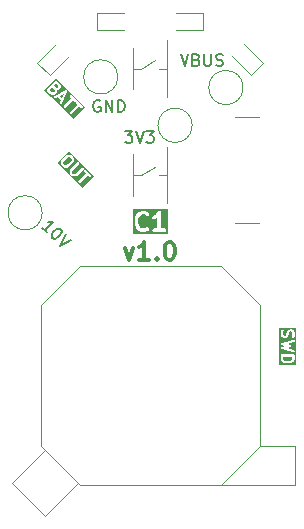
<source format=gbr>
%TF.GenerationSoftware,KiCad,Pcbnew,9.0.5*%
%TF.CreationDate,2025-11-12T12:14:19+01:00*%
%TF.ProjectId,Control board,436f6e74-726f-46c2-9062-6f6172642e6b,rev?*%
%TF.SameCoordinates,Original*%
%TF.FileFunction,Legend,Top*%
%TF.FilePolarity,Positive*%
%FSLAX46Y46*%
G04 Gerber Fmt 4.6, Leading zero omitted, Abs format (unit mm)*
G04 Created by KiCad (PCBNEW 9.0.5) date 2025-11-12 12:14:19*
%MOMM*%
%LPD*%
G01*
G04 APERTURE LIST*
%ADD10C,0.200000*%
%ADD11C,0.300000*%
%ADD12C,0.120000*%
%ADD13C,0.100000*%
G04 APERTURE END LIST*
D10*
X47861905Y-39267219D02*
X48480952Y-39267219D01*
X48480952Y-39267219D02*
X48147619Y-39648171D01*
X48147619Y-39648171D02*
X48290476Y-39648171D01*
X48290476Y-39648171D02*
X48385714Y-39695790D01*
X48385714Y-39695790D02*
X48433333Y-39743409D01*
X48433333Y-39743409D02*
X48480952Y-39838647D01*
X48480952Y-39838647D02*
X48480952Y-40076742D01*
X48480952Y-40076742D02*
X48433333Y-40171980D01*
X48433333Y-40171980D02*
X48385714Y-40219600D01*
X48385714Y-40219600D02*
X48290476Y-40267219D01*
X48290476Y-40267219D02*
X48004762Y-40267219D01*
X48004762Y-40267219D02*
X47909524Y-40219600D01*
X47909524Y-40219600D02*
X47861905Y-40171980D01*
X48766667Y-39267219D02*
X49100000Y-40267219D01*
X49100000Y-40267219D02*
X49433333Y-39267219D01*
X49671429Y-39267219D02*
X50290476Y-39267219D01*
X50290476Y-39267219D02*
X49957143Y-39648171D01*
X49957143Y-39648171D02*
X50100000Y-39648171D01*
X50100000Y-39648171D02*
X50195238Y-39695790D01*
X50195238Y-39695790D02*
X50242857Y-39743409D01*
X50242857Y-39743409D02*
X50290476Y-39838647D01*
X50290476Y-39838647D02*
X50290476Y-40076742D01*
X50290476Y-40076742D02*
X50242857Y-40171980D01*
X50242857Y-40171980D02*
X50195238Y-40219600D01*
X50195238Y-40219600D02*
X50100000Y-40267219D01*
X50100000Y-40267219D02*
X49814286Y-40267219D01*
X49814286Y-40267219D02*
X49719048Y-40219600D01*
X49719048Y-40219600D02*
X49671429Y-40171980D01*
G36*
X42524374Y-36445740D02*
G01*
X42383869Y-36305235D01*
X42664880Y-36164729D01*
X42524374Y-36445740D01*
G37*
G36*
X41863492Y-35730985D02*
G01*
X41913022Y-35830044D01*
X41913022Y-35857552D01*
X41891947Y-35920775D01*
X41824315Y-35988407D01*
X41761092Y-36009482D01*
X41726203Y-36009482D01*
X41662979Y-35988407D01*
X41481008Y-35806436D01*
X41709975Y-35577468D01*
X41863492Y-35730985D01*
G37*
G36*
X42194991Y-35389047D02*
G01*
X42216067Y-35452275D01*
X42216067Y-35487161D01*
X42194992Y-35550386D01*
X42161032Y-35584346D01*
X42097810Y-35605421D01*
X42062920Y-35605421D01*
X41999697Y-35584346D01*
X41851397Y-35436046D01*
X42046692Y-35240750D01*
X42194991Y-35389047D01*
G37*
G36*
X44498885Y-37252963D02*
G01*
X43493221Y-38258627D01*
X42435735Y-37201140D01*
X42655721Y-37201140D01*
X42655721Y-37240158D01*
X42670653Y-37276206D01*
X42698243Y-37303796D01*
X42734291Y-37318728D01*
X42773309Y-37318728D01*
X42809357Y-37303796D01*
X42824511Y-37291360D01*
X43460907Y-36654963D01*
X43592228Y-36786284D01*
X43607381Y-36798721D01*
X43643429Y-36813652D01*
X43682447Y-36813652D01*
X43711636Y-36801561D01*
X43699546Y-36830751D01*
X43699546Y-36869769D01*
X43714478Y-36905817D01*
X43726914Y-36920971D01*
X43858234Y-37052290D01*
X43221837Y-37688687D01*
X43209401Y-37703841D01*
X43194469Y-37739889D01*
X43194469Y-37778907D01*
X43209401Y-37814955D01*
X43236991Y-37842545D01*
X43273039Y-37857477D01*
X43312057Y-37857477D01*
X43348105Y-37842545D01*
X43363259Y-37830109D01*
X43999655Y-37193711D01*
X44130976Y-37325032D01*
X44146129Y-37337469D01*
X44182177Y-37352400D01*
X44221195Y-37352400D01*
X44257244Y-37337469D01*
X44284834Y-37309879D01*
X44299765Y-37273830D01*
X44299765Y-37234812D01*
X44284834Y-37198764D01*
X44272397Y-37183611D01*
X43868336Y-36779549D01*
X43853182Y-36767113D01*
X43817134Y-36752181D01*
X43778116Y-36752181D01*
X43748926Y-36764271D01*
X43761017Y-36735082D01*
X43761017Y-36696064D01*
X43746086Y-36660016D01*
X43733649Y-36644863D01*
X43329588Y-36240801D01*
X43314434Y-36228365D01*
X43278386Y-36213433D01*
X43239368Y-36213433D01*
X43203320Y-36228365D01*
X43175730Y-36255955D01*
X43160798Y-36292003D01*
X43160798Y-36331021D01*
X43175730Y-36367069D01*
X43188166Y-36382223D01*
X43319486Y-36513542D01*
X42683089Y-37149938D01*
X42670653Y-37165092D01*
X42655721Y-37201140D01*
X42435735Y-37201140D01*
X41634615Y-36400020D01*
X41846463Y-36400020D01*
X41849229Y-36438940D01*
X41866678Y-36473839D01*
X41896155Y-36499403D01*
X41933171Y-36511742D01*
X41972091Y-36508976D01*
X41990399Y-36501970D01*
X42195306Y-36399516D01*
X42430093Y-36634303D01*
X42327640Y-36839211D01*
X42320634Y-36857519D01*
X42317868Y-36896439D01*
X42330207Y-36933455D01*
X42355771Y-36962932D01*
X42390670Y-36980381D01*
X42429590Y-36983147D01*
X42466606Y-36970808D01*
X42496083Y-36945244D01*
X42506526Y-36928653D01*
X42977930Y-35985845D01*
X42984936Y-35967536D01*
X42985442Y-35960408D01*
X42987702Y-35953630D01*
X42986813Y-35941123D01*
X42987702Y-35928616D01*
X42985442Y-35921837D01*
X42984936Y-35914710D01*
X42979327Y-35903492D01*
X42975363Y-35891600D01*
X42970682Y-35886203D01*
X42967487Y-35879812D01*
X42958013Y-35871596D01*
X42949798Y-35862123D01*
X42943406Y-35858927D01*
X42938010Y-35854247D01*
X42926117Y-35850282D01*
X42914900Y-35844674D01*
X42907772Y-35844167D01*
X42900994Y-35841908D01*
X42888487Y-35842796D01*
X42875980Y-35841908D01*
X42869201Y-35844167D01*
X42862074Y-35844674D01*
X42843765Y-35851680D01*
X41900957Y-36323084D01*
X41884366Y-36333527D01*
X41858802Y-36363004D01*
X41846463Y-36400020D01*
X41634615Y-36400020D01*
X41041030Y-35806435D01*
X41060538Y-35786927D01*
X41241508Y-35786927D01*
X41241508Y-35825945D01*
X41256440Y-35861993D01*
X41268876Y-35877147D01*
X41538250Y-36146520D01*
X41553403Y-36158957D01*
X41556724Y-36160332D01*
X41559438Y-36162686D01*
X41577338Y-36170678D01*
X41678353Y-36204350D01*
X41688025Y-36206549D01*
X41690467Y-36207561D01*
X41694004Y-36207909D01*
X41697468Y-36208697D01*
X41700102Y-36208509D01*
X41709976Y-36209482D01*
X41777319Y-36209482D01*
X41787192Y-36208509D01*
X41789826Y-36208697D01*
X41793289Y-36207909D01*
X41796828Y-36207561D01*
X41799270Y-36206549D01*
X41808942Y-36204350D01*
X41909958Y-36170678D01*
X41927858Y-36162687D01*
X41930573Y-36160331D01*
X41933892Y-36158957D01*
X41949046Y-36146521D01*
X42050061Y-36045506D01*
X42062497Y-36030352D01*
X42063871Y-36027033D01*
X42066227Y-36024318D01*
X42074218Y-36006418D01*
X42107890Y-35905402D01*
X42110089Y-35895729D01*
X42111101Y-35893288D01*
X42111449Y-35889750D01*
X42112237Y-35886287D01*
X42112049Y-35883652D01*
X42113022Y-35873779D01*
X42113022Y-35806436D01*
X42112922Y-35805421D01*
X42114037Y-35805421D01*
X42123910Y-35804448D01*
X42126545Y-35804636D01*
X42130008Y-35803848D01*
X42133546Y-35803500D01*
X42135987Y-35802488D01*
X42145660Y-35800289D01*
X42246675Y-35766617D01*
X42264575Y-35758626D01*
X42267290Y-35756270D01*
X42270609Y-35754896D01*
X42285763Y-35742460D01*
X42353107Y-35675116D01*
X42365543Y-35659962D01*
X42366917Y-35656643D01*
X42369273Y-35653928D01*
X42377265Y-35636027D01*
X42410936Y-35535012D01*
X42413135Y-35525339D01*
X42414146Y-35522899D01*
X42414494Y-35519361D01*
X42415282Y-35515897D01*
X42415094Y-35513263D01*
X42416067Y-35503390D01*
X42416067Y-35436047D01*
X42415094Y-35426174D01*
X42415282Y-35423541D01*
X42414494Y-35420077D01*
X42414146Y-35416538D01*
X42413134Y-35414097D01*
X42410936Y-35404425D01*
X42377265Y-35303409D01*
X42369273Y-35285509D01*
X42366918Y-35282793D01*
X42365543Y-35279474D01*
X42353107Y-35264320D01*
X42117404Y-35028618D01*
X42102261Y-35016191D01*
X42102251Y-35016181D01*
X42066202Y-35001250D01*
X42027184Y-35001250D01*
X41991136Y-35016181D01*
X41975983Y-35028618D01*
X41268876Y-35735725D01*
X41256440Y-35750879D01*
X41241508Y-35786927D01*
X41060538Y-35786927D01*
X42046694Y-34800772D01*
X44498885Y-37252963D01*
G37*
D11*
G36*
X51492357Y-47994995D02*
G01*
X48504762Y-47994995D01*
X48504762Y-46821185D01*
X48671429Y-46821185D01*
X48671429Y-47035471D01*
X48671931Y-47040574D01*
X48671606Y-47042762D01*
X48673225Y-47053712D01*
X48674311Y-47064735D01*
X48675158Y-47066779D01*
X48675908Y-47071851D01*
X48747336Y-47357565D01*
X48748107Y-47359723D01*
X48748184Y-47360804D01*
X48752842Y-47372978D01*
X48757229Y-47385256D01*
X48757873Y-47386126D01*
X48758693Y-47388267D01*
X48830122Y-47531124D01*
X48838049Y-47543717D01*
X48839565Y-47547377D01*
X48842946Y-47551496D01*
X48845787Y-47556010D01*
X48848780Y-47558606D01*
X48858220Y-47570108D01*
X49001077Y-47712966D01*
X49023807Y-47731621D01*
X49028786Y-47733683D01*
X49032858Y-47737215D01*
X49059709Y-47749203D01*
X49273995Y-47820631D01*
X49288507Y-47823930D01*
X49292165Y-47825446D01*
X49297467Y-47825968D01*
X49302669Y-47827151D01*
X49306623Y-47826869D01*
X49321429Y-47828328D01*
X49464286Y-47828328D01*
X49479091Y-47826869D01*
X49483046Y-47827151D01*
X49488247Y-47825968D01*
X49493550Y-47825446D01*
X49497207Y-47823930D01*
X49511720Y-47820631D01*
X49726006Y-47749203D01*
X49752857Y-47737215D01*
X49756930Y-47733681D01*
X49761908Y-47731620D01*
X49784639Y-47712965D01*
X49856067Y-47641536D01*
X49874721Y-47618806D01*
X49897118Y-47564733D01*
X49897117Y-47506207D01*
X49874720Y-47452135D01*
X49833334Y-47410750D01*
X49779262Y-47388353D01*
X49720736Y-47388354D01*
X49666664Y-47410751D01*
X49643933Y-47429406D01*
X49597545Y-47475794D01*
X49439943Y-47528328D01*
X49345772Y-47528328D01*
X49188169Y-47475794D01*
X49087564Y-47375188D01*
X49034383Y-47268828D01*
X48971429Y-47017007D01*
X48971429Y-46839648D01*
X49034305Y-46588139D01*
X50172607Y-46588139D01*
X50176756Y-46646519D01*
X50202930Y-46698868D01*
X50247145Y-46737215D01*
X50302668Y-46755722D01*
X50361048Y-46751573D01*
X50388511Y-46741064D01*
X50531368Y-46669635D01*
X50543961Y-46661707D01*
X50547621Y-46660192D01*
X50551740Y-46656810D01*
X50556254Y-46653970D01*
X50558850Y-46650976D01*
X50570352Y-46641537D01*
X50600000Y-46611889D01*
X50600000Y-47528328D01*
X50321429Y-47528328D01*
X50292165Y-47531210D01*
X50238093Y-47553608D01*
X50196709Y-47594992D01*
X50174311Y-47649064D01*
X50174311Y-47707592D01*
X50196709Y-47761664D01*
X50238093Y-47803048D01*
X50292165Y-47825446D01*
X50321429Y-47828328D01*
X51178572Y-47828328D01*
X51207836Y-47825446D01*
X51261908Y-47803048D01*
X51303292Y-47761664D01*
X51325690Y-47707592D01*
X51325690Y-47649064D01*
X51303292Y-47594992D01*
X51261908Y-47553608D01*
X51207836Y-47531210D01*
X51178572Y-47528328D01*
X50900000Y-47528328D01*
X50900000Y-46178328D01*
X50899989Y-46178222D01*
X50900000Y-46178170D01*
X50899969Y-46178016D01*
X50897118Y-46149064D01*
X50891434Y-46135343D01*
X50888522Y-46120781D01*
X50880343Y-46108568D01*
X50874720Y-46094992D01*
X50864221Y-46084493D01*
X50855956Y-46072151D01*
X50843725Y-46063997D01*
X50833336Y-46053608D01*
X50819617Y-46047925D01*
X50807257Y-46039685D01*
X50792838Y-46036832D01*
X50779264Y-46031210D01*
X50764413Y-46031210D01*
X50749843Y-46028328D01*
X50735433Y-46031210D01*
X50720736Y-46031210D01*
X50707014Y-46036893D01*
X50692453Y-46039806D01*
X50680240Y-46047984D01*
X50666664Y-46053608D01*
X50656165Y-46064106D01*
X50643823Y-46072372D01*
X50625391Y-46094880D01*
X50625280Y-46094992D01*
X50625259Y-46095042D01*
X50625193Y-46095123D01*
X50490573Y-46297051D01*
X50375432Y-46412192D01*
X50254347Y-46472736D01*
X50229461Y-46488401D01*
X50191114Y-46532616D01*
X50172607Y-46588139D01*
X49034305Y-46588139D01*
X49034383Y-46587827D01*
X49087564Y-46481467D01*
X49188170Y-46380861D01*
X49345772Y-46328328D01*
X49439946Y-46328328D01*
X49597544Y-46380861D01*
X49643934Y-46427251D01*
X49666664Y-46445906D01*
X49720737Y-46468302D01*
X49779263Y-46468302D01*
X49833335Y-46445906D01*
X49874721Y-46404520D01*
X49897117Y-46350448D01*
X49897117Y-46291922D01*
X49874721Y-46237849D01*
X49856066Y-46215119D01*
X49784638Y-46143691D01*
X49761907Y-46125036D01*
X49756927Y-46122973D01*
X49752857Y-46119443D01*
X49726006Y-46107454D01*
X49511720Y-46036026D01*
X49497212Y-46032727D01*
X49493550Y-46031210D01*
X49488241Y-46030687D01*
X49483047Y-46029506D01*
X49479097Y-46029786D01*
X49464286Y-46028328D01*
X49321429Y-46028328D01*
X49306617Y-46029786D01*
X49302668Y-46029506D01*
X49297473Y-46030687D01*
X49292165Y-46031210D01*
X49288503Y-46032726D01*
X49273994Y-46036026D01*
X49059709Y-46107455D01*
X49032858Y-46119443D01*
X49028788Y-46122972D01*
X49023807Y-46125036D01*
X49001077Y-46143691D01*
X48858220Y-46286548D01*
X48848780Y-46298049D01*
X48845787Y-46300646D01*
X48842946Y-46305159D01*
X48839565Y-46309279D01*
X48838049Y-46312938D01*
X48830122Y-46325532D01*
X48758693Y-46468389D01*
X48757873Y-46470529D01*
X48757229Y-46471400D01*
X48752842Y-46483677D01*
X48748184Y-46495852D01*
X48748107Y-46496932D01*
X48747336Y-46499091D01*
X48675908Y-46784805D01*
X48675158Y-46789876D01*
X48674311Y-46791921D01*
X48673225Y-46802943D01*
X48671606Y-46813894D01*
X48671931Y-46816081D01*
X48671429Y-46821185D01*
X48504762Y-46821185D01*
X48504762Y-45861661D01*
X51492357Y-45861661D01*
X51492357Y-47994995D01*
G37*
X47857143Y-49178328D02*
X48214286Y-50178328D01*
X48214286Y-50178328D02*
X48571429Y-49178328D01*
X49928572Y-50178328D02*
X49071429Y-50178328D01*
X49500000Y-50178328D02*
X49500000Y-48678328D01*
X49500000Y-48678328D02*
X49357143Y-48892614D01*
X49357143Y-48892614D02*
X49214286Y-49035471D01*
X49214286Y-49035471D02*
X49071429Y-49106900D01*
X50571428Y-50035471D02*
X50642857Y-50106900D01*
X50642857Y-50106900D02*
X50571428Y-50178328D01*
X50571428Y-50178328D02*
X50500000Y-50106900D01*
X50500000Y-50106900D02*
X50571428Y-50035471D01*
X50571428Y-50035471D02*
X50571428Y-50178328D01*
X51571429Y-48678328D02*
X51714286Y-48678328D01*
X51714286Y-48678328D02*
X51857143Y-48749757D01*
X51857143Y-48749757D02*
X51928572Y-48821185D01*
X51928572Y-48821185D02*
X52000000Y-48964042D01*
X52000000Y-48964042D02*
X52071429Y-49249757D01*
X52071429Y-49249757D02*
X52071429Y-49606900D01*
X52071429Y-49606900D02*
X52000000Y-49892614D01*
X52000000Y-49892614D02*
X51928572Y-50035471D01*
X51928572Y-50035471D02*
X51857143Y-50106900D01*
X51857143Y-50106900D02*
X51714286Y-50178328D01*
X51714286Y-50178328D02*
X51571429Y-50178328D01*
X51571429Y-50178328D02*
X51428572Y-50106900D01*
X51428572Y-50106900D02*
X51357143Y-50035471D01*
X51357143Y-50035471D02*
X51285714Y-49892614D01*
X51285714Y-49892614D02*
X51214286Y-49606900D01*
X51214286Y-49606900D02*
X51214286Y-49249757D01*
X51214286Y-49249757D02*
X51285714Y-48964042D01*
X51285714Y-48964042D02*
X51357143Y-48821185D01*
X51357143Y-48821185D02*
X51428572Y-48749757D01*
X51428572Y-48749757D02*
X51571429Y-48678328D01*
D10*
X41256157Y-47868377D02*
X40852096Y-47464316D01*
X41054127Y-47666346D02*
X41761234Y-46959239D01*
X41761234Y-46959239D02*
X41592875Y-46992911D01*
X41592875Y-46992911D02*
X41458188Y-46992911D01*
X41458188Y-46992911D02*
X41357173Y-46959239D01*
X42400997Y-47599003D02*
X42468340Y-47666346D01*
X42468340Y-47666346D02*
X42502012Y-47767361D01*
X42502012Y-47767361D02*
X42502012Y-47834705D01*
X42502012Y-47834705D02*
X42468340Y-47935720D01*
X42468340Y-47935720D02*
X42367325Y-48104079D01*
X42367325Y-48104079D02*
X42198966Y-48272438D01*
X42198966Y-48272438D02*
X42030608Y-48373453D01*
X42030608Y-48373453D02*
X41929592Y-48407125D01*
X41929592Y-48407125D02*
X41862249Y-48407125D01*
X41862249Y-48407125D02*
X41761234Y-48373453D01*
X41761234Y-48373453D02*
X41693890Y-48306109D01*
X41693890Y-48306109D02*
X41660218Y-48205094D01*
X41660218Y-48205094D02*
X41660218Y-48137751D01*
X41660218Y-48137751D02*
X41693890Y-48036735D01*
X41693890Y-48036735D02*
X41794905Y-47868377D01*
X41794905Y-47868377D02*
X41963264Y-47700018D01*
X41963264Y-47700018D02*
X42131623Y-47599003D01*
X42131623Y-47599003D02*
X42232638Y-47565331D01*
X42232638Y-47565331D02*
X42299982Y-47565331D01*
X42299982Y-47565331D02*
X42400997Y-47599003D01*
X42838730Y-48036736D02*
X42367325Y-48979545D01*
X42367325Y-48979545D02*
X43310134Y-48508140D01*
G36*
X43212555Y-41506613D02*
G01*
X43313859Y-41607917D01*
X43334934Y-41671140D01*
X43334934Y-41761901D01*
X43254504Y-41895952D01*
X43036207Y-42114247D01*
X42902160Y-42194676D01*
X42811400Y-42194676D01*
X42748173Y-42173601D01*
X42646871Y-42072299D01*
X42625797Y-42009073D01*
X42625797Y-41918313D01*
X42706225Y-41784265D01*
X42924520Y-41565968D01*
X43058572Y-41485539D01*
X43149333Y-41485539D01*
X43212555Y-41506613D01*
G37*
G36*
X45213689Y-43067769D02*
G01*
X44208026Y-44073432D01*
X43689288Y-43554694D01*
X43909275Y-43554694D01*
X43909275Y-43593712D01*
X43924207Y-43629760D01*
X43951797Y-43657350D01*
X43987845Y-43672282D01*
X44026863Y-43672282D01*
X44062911Y-43657350D01*
X44078065Y-43644914D01*
X44714459Y-43008517D01*
X44845781Y-43139838D01*
X44860934Y-43152275D01*
X44896982Y-43167206D01*
X44936000Y-43167206D01*
X44972049Y-43152275D01*
X44999639Y-43124685D01*
X45014570Y-43088636D01*
X45014570Y-43049618D01*
X44999639Y-43013570D01*
X44987202Y-42998417D01*
X44583141Y-42594355D01*
X44567987Y-42581919D01*
X44531939Y-42566987D01*
X44492921Y-42566987D01*
X44456873Y-42581919D01*
X44429283Y-42609509D01*
X44414351Y-42645557D01*
X44414351Y-42684575D01*
X44429283Y-42720623D01*
X44441719Y-42735777D01*
X44573038Y-42867096D01*
X43936643Y-43503492D01*
X43924207Y-43518646D01*
X43909275Y-43554694D01*
X43689288Y-43554694D01*
X42833331Y-42698737D01*
X43166575Y-42698737D01*
X43166575Y-42766081D01*
X43167547Y-42775954D01*
X43167360Y-42778589D01*
X43168147Y-42782052D01*
X43168496Y-42785590D01*
X43169507Y-42788031D01*
X43171707Y-42797704D01*
X43205379Y-42898719D01*
X43213370Y-42916619D01*
X43215725Y-42919334D01*
X43217100Y-42922653D01*
X43229536Y-42937807D01*
X43364223Y-43072494D01*
X43379376Y-43084930D01*
X43382697Y-43086305D01*
X43385411Y-43088659D01*
X43403311Y-43096651D01*
X43504326Y-43130323D01*
X43513998Y-43132522D01*
X43516440Y-43133534D01*
X43519977Y-43133882D01*
X43523441Y-43134670D01*
X43526075Y-43134482D01*
X43535949Y-43135455D01*
X43603293Y-43135455D01*
X43613166Y-43134482D01*
X43615801Y-43134670D01*
X43619264Y-43133882D01*
X43622802Y-43133534D01*
X43625243Y-43132522D01*
X43634916Y-43130323D01*
X43735931Y-43096651D01*
X43753831Y-43088660D01*
X43756546Y-43086304D01*
X43759865Y-43084930D01*
X43775019Y-43072494D01*
X44347439Y-42500074D01*
X44359875Y-42484920D01*
X44374806Y-42448872D01*
X44374806Y-42409854D01*
X44359875Y-42373806D01*
X44332285Y-42346216D01*
X44296237Y-42331285D01*
X44257219Y-42331285D01*
X44221171Y-42346216D01*
X44206017Y-42358652D01*
X43650288Y-42914380D01*
X43587066Y-42935455D01*
X43552176Y-42935455D01*
X43488953Y-42914380D01*
X43387649Y-42813076D01*
X43366575Y-42749853D01*
X43366575Y-42714964D01*
X43387649Y-42651741D01*
X43943378Y-42096013D01*
X43955814Y-42080859D01*
X43970745Y-42044811D01*
X43970745Y-42005793D01*
X43955814Y-41969745D01*
X43928224Y-41942155D01*
X43892176Y-41927224D01*
X43853158Y-41927224D01*
X43817110Y-41942155D01*
X43801956Y-41954591D01*
X43229536Y-42527011D01*
X43217100Y-42542165D01*
X43215725Y-42545483D01*
X43213370Y-42548199D01*
X43205379Y-42566099D01*
X43171707Y-42667114D01*
X43169507Y-42676786D01*
X43168496Y-42679228D01*
X43168147Y-42682765D01*
X43167360Y-42686229D01*
X43167547Y-42688863D01*
X43166575Y-42698737D01*
X42833331Y-42698737D01*
X42092553Y-41957959D01*
X42159897Y-41890615D01*
X42425797Y-41890615D01*
X42425797Y-42025302D01*
X42426769Y-42035175D01*
X42426582Y-42037809D01*
X42427369Y-42041273D01*
X42427718Y-42044811D01*
X42428728Y-42047251D01*
X42430928Y-42056924D01*
X42464599Y-42157940D01*
X42472591Y-42175840D01*
X42474945Y-42178555D01*
X42476321Y-42181875D01*
X42488757Y-42197029D01*
X42623444Y-42331716D01*
X42638597Y-42344152D01*
X42641918Y-42345527D01*
X42644633Y-42347882D01*
X42662533Y-42355874D01*
X42763549Y-42389545D01*
X42773221Y-42391743D01*
X42775662Y-42392755D01*
X42779201Y-42393103D01*
X42782665Y-42393891D01*
X42785298Y-42393703D01*
X42795171Y-42394676D01*
X42929858Y-42394676D01*
X42949367Y-42392755D01*
X42956237Y-42389909D01*
X42963590Y-42388815D01*
X42981308Y-42380425D01*
X43149666Y-42279410D01*
X43152411Y-42277372D01*
X43153773Y-42276808D01*
X43159483Y-42272121D01*
X43165406Y-42267725D01*
X43166282Y-42266542D01*
X43168927Y-42264372D01*
X43404630Y-42028670D01*
X43406798Y-42026027D01*
X43407984Y-42025149D01*
X43412383Y-42019222D01*
X43417066Y-42013516D01*
X43417630Y-42012152D01*
X43419668Y-42009408D01*
X43520683Y-41841050D01*
X43529073Y-41823333D01*
X43530167Y-41815978D01*
X43533013Y-41809109D01*
X43534934Y-41789600D01*
X43534934Y-41654913D01*
X43533961Y-41645039D01*
X43534149Y-41642405D01*
X43533361Y-41638941D01*
X43533013Y-41635404D01*
X43532001Y-41632962D01*
X43529802Y-41623290D01*
X43496130Y-41522275D01*
X43488138Y-41504375D01*
X43485784Y-41501661D01*
X43484409Y-41498340D01*
X43471973Y-41483187D01*
X43337286Y-41348500D01*
X43322132Y-41336064D01*
X43318813Y-41334689D01*
X43316098Y-41332334D01*
X43298198Y-41324343D01*
X43197183Y-41290671D01*
X43187510Y-41288471D01*
X43185069Y-41287460D01*
X43181531Y-41287111D01*
X43178068Y-41286324D01*
X43175433Y-41286511D01*
X43165560Y-41285539D01*
X43030873Y-41285539D01*
X43011364Y-41287460D01*
X43004494Y-41290305D01*
X42997140Y-41291400D01*
X42979423Y-41299790D01*
X42811065Y-41400805D01*
X42808320Y-41402842D01*
X42806957Y-41403407D01*
X42801250Y-41408089D01*
X42795324Y-41412489D01*
X42794445Y-41413674D01*
X42791803Y-41415843D01*
X42556101Y-41651546D01*
X42553930Y-41654190D01*
X42552748Y-41655067D01*
X42548351Y-41660989D01*
X42543665Y-41666700D01*
X42543100Y-41668061D01*
X42541063Y-41670807D01*
X42440048Y-41839165D01*
X42431658Y-41856883D01*
X42430563Y-41864235D01*
X42427718Y-41871106D01*
X42425797Y-41890615D01*
X42159897Y-41890615D01*
X43098216Y-40952296D01*
X45213689Y-43067769D01*
G37*
G36*
X62032780Y-58507582D02*
G01*
X61997758Y-58612646D01*
X61930686Y-58679718D01*
X61859780Y-58715171D01*
X61691899Y-58757142D01*
X61573661Y-58757142D01*
X61405780Y-58715171D01*
X61334875Y-58679719D01*
X61267802Y-58612646D01*
X61232780Y-58507581D01*
X61232780Y-58385714D01*
X62032780Y-58385714D01*
X62032780Y-58507582D01*
G37*
G36*
X62343891Y-59068253D02*
G01*
X60921669Y-59068253D01*
X60921669Y-58285714D01*
X61032780Y-58285714D01*
X61032780Y-58523809D01*
X61033752Y-58533682D01*
X61033565Y-58536317D01*
X61034352Y-58539780D01*
X61034701Y-58543318D01*
X61035712Y-58545759D01*
X61037912Y-58555432D01*
X61085532Y-58698290D01*
X61093524Y-58716190D01*
X61095878Y-58718904D01*
X61097253Y-58722223D01*
X61109689Y-58737377D01*
X61204927Y-58832615D01*
X61212593Y-58838906D01*
X61214326Y-58840904D01*
X61217337Y-58842799D01*
X61220081Y-58845051D01*
X61222518Y-58846060D01*
X61230917Y-58851347D01*
X61326154Y-58898966D01*
X61327582Y-58899512D01*
X61328162Y-58899942D01*
X61336338Y-58902863D01*
X61344463Y-58905972D01*
X61345183Y-58906023D01*
X61346622Y-58906537D01*
X61537098Y-58954156D01*
X61540479Y-58954656D01*
X61541843Y-58955221D01*
X61549193Y-58955944D01*
X61556491Y-58957024D01*
X61557949Y-58956806D01*
X61561352Y-58957142D01*
X61704209Y-58957142D01*
X61707611Y-58956806D01*
X61709070Y-58957024D01*
X61716367Y-58955944D01*
X61723718Y-58955221D01*
X61725081Y-58954656D01*
X61728463Y-58954156D01*
X61918938Y-58906537D01*
X61920375Y-58906023D01*
X61921098Y-58905972D01*
X61929222Y-58902863D01*
X61937399Y-58899942D01*
X61937979Y-58899511D01*
X61939406Y-58898966D01*
X62034644Y-58851347D01*
X62043040Y-58846061D01*
X62045480Y-58845051D01*
X62048226Y-58842797D01*
X62051234Y-58840904D01*
X62052963Y-58838909D01*
X62060634Y-58832615D01*
X62155872Y-58737377D01*
X62168308Y-58722223D01*
X62169682Y-58718904D01*
X62172038Y-58716189D01*
X62180029Y-58698289D01*
X62227648Y-58555432D01*
X62229847Y-58545759D01*
X62230859Y-58543318D01*
X62231207Y-58539780D01*
X62231995Y-58536317D01*
X62231807Y-58533682D01*
X62232780Y-58523809D01*
X62232780Y-58285714D01*
X62230859Y-58266205D01*
X62215927Y-58230157D01*
X62188337Y-58202567D01*
X62152289Y-58187635D01*
X62132780Y-58185714D01*
X61132780Y-58185714D01*
X61113271Y-58187635D01*
X61077223Y-58202567D01*
X61049633Y-58230157D01*
X61034701Y-58266205D01*
X61032780Y-58285714D01*
X60921669Y-58285714D01*
X60921669Y-57289453D01*
X61032849Y-57289453D01*
X61036214Y-57303587D01*
X61038126Y-57317971D01*
X61040696Y-57322411D01*
X61041887Y-57327410D01*
X61050402Y-57339176D01*
X61057675Y-57351739D01*
X61061752Y-57354859D01*
X61064762Y-57359019D01*
X61077124Y-57366626D01*
X61088658Y-57375455D01*
X61095858Y-57378154D01*
X61097992Y-57379468D01*
X61100382Y-57379851D01*
X61107014Y-57382338D01*
X61458959Y-57476190D01*
X61107014Y-57570042D01*
X61100382Y-57572528D01*
X61097992Y-57572912D01*
X61095858Y-57574225D01*
X61088658Y-57576925D01*
X61077124Y-57585753D01*
X61064762Y-57593361D01*
X61061752Y-57597520D01*
X61057675Y-57600641D01*
X61050402Y-57613203D01*
X61041887Y-57624970D01*
X61040696Y-57629968D01*
X61038126Y-57634409D01*
X61036214Y-57648792D01*
X61032849Y-57662927D01*
X61033662Y-57667998D01*
X61032986Y-57673087D01*
X61036727Y-57687119D01*
X61039026Y-57701454D01*
X61041715Y-57705824D01*
X61043039Y-57710788D01*
X61051867Y-57722321D01*
X61059475Y-57734684D01*
X61063634Y-57737693D01*
X61066755Y-57741771D01*
X61079317Y-57749043D01*
X61091084Y-57757559D01*
X61098355Y-57760065D01*
X61100523Y-57761320D01*
X61102920Y-57761638D01*
X61109618Y-57763947D01*
X62109618Y-58002043D01*
X62129041Y-58004693D01*
X62167567Y-57998516D01*
X62200798Y-57978067D01*
X62223673Y-57946458D01*
X62232710Y-57908501D01*
X62226534Y-57869974D01*
X62206085Y-57836744D01*
X62174476Y-57813869D01*
X62155942Y-57807481D01*
X61541468Y-57661177D01*
X61872833Y-57572813D01*
X61877400Y-57571100D01*
X61879324Y-57570845D01*
X61881606Y-57569523D01*
X61891188Y-57565931D01*
X61901670Y-57557906D01*
X61913091Y-57551295D01*
X61917027Y-57546151D01*
X61922171Y-57542215D01*
X61928782Y-57530795D01*
X61936807Y-57520312D01*
X61938476Y-57514051D01*
X61941721Y-57508447D01*
X61943459Y-57495364D01*
X61946860Y-57482611D01*
X61946006Y-57476190D01*
X61946860Y-57469769D01*
X61943459Y-57457015D01*
X61941721Y-57443933D01*
X61938476Y-57438328D01*
X61936807Y-57432068D01*
X61928782Y-57421584D01*
X61922171Y-57410165D01*
X61917027Y-57406228D01*
X61913091Y-57401085D01*
X61901670Y-57394473D01*
X61891188Y-57386449D01*
X61881606Y-57382856D01*
X61879324Y-57381535D01*
X61877400Y-57381279D01*
X61872833Y-57379567D01*
X61541468Y-57291202D01*
X62155942Y-57144900D01*
X62174476Y-57138512D01*
X62206085Y-57115637D01*
X62226534Y-57082407D01*
X62232711Y-57043880D01*
X62223673Y-57005923D01*
X62200798Y-56974314D01*
X62167568Y-56953865D01*
X62129041Y-56947688D01*
X62109618Y-56950338D01*
X61109618Y-57188433D01*
X61102920Y-57190741D01*
X61100523Y-57191060D01*
X61098355Y-57192314D01*
X61091084Y-57194821D01*
X61079317Y-57203336D01*
X61066755Y-57210609D01*
X61063634Y-57214686D01*
X61059475Y-57217696D01*
X61051867Y-57230058D01*
X61043039Y-57241592D01*
X61041715Y-57246555D01*
X61039026Y-57250926D01*
X61036727Y-57265260D01*
X61032986Y-57279293D01*
X61033662Y-57284381D01*
X61032849Y-57289453D01*
X60921669Y-57289453D01*
X60921669Y-56285714D01*
X61032780Y-56285714D01*
X61032780Y-56523809D01*
X61034701Y-56543318D01*
X61036076Y-56546637D01*
X61036331Y-56550223D01*
X61043338Y-56568531D01*
X61090958Y-56663769D01*
X61096242Y-56672164D01*
X61097253Y-56674604D01*
X61099506Y-56677349D01*
X61101401Y-56680360D01*
X61103397Y-56682091D01*
X61109689Y-56689758D01*
X61157308Y-56737376D01*
X61164974Y-56743668D01*
X61166707Y-56745666D01*
X61169715Y-56747559D01*
X61172461Y-56749813D01*
X61174901Y-56750823D01*
X61183298Y-56756109D01*
X61278535Y-56803728D01*
X61296844Y-56810734D01*
X61300427Y-56810988D01*
X61303748Y-56812364D01*
X61323257Y-56814285D01*
X61418495Y-56814285D01*
X61438004Y-56812364D01*
X61441324Y-56810988D01*
X61444908Y-56810734D01*
X61463216Y-56803728D01*
X61558454Y-56756109D01*
X61566850Y-56750823D01*
X61569290Y-56749813D01*
X61572036Y-56747559D01*
X61575044Y-56745666D01*
X61576773Y-56743671D01*
X61584444Y-56737377D01*
X61632062Y-56689758D01*
X61638354Y-56682091D01*
X61640352Y-56680359D01*
X61642245Y-56677350D01*
X61644499Y-56674605D01*
X61645509Y-56672164D01*
X61650795Y-56663768D01*
X61698414Y-56568531D01*
X61698960Y-56567102D01*
X61699390Y-56566523D01*
X61702311Y-56558346D01*
X61705420Y-56550222D01*
X61705471Y-56549501D01*
X61705985Y-56548063D01*
X61750941Y-56368237D01*
X61786395Y-56297330D01*
X61811063Y-56272661D01*
X61870673Y-56242857D01*
X61918697Y-56242857D01*
X61978306Y-56272662D01*
X62002975Y-56297330D01*
X62032780Y-56356940D01*
X62032780Y-56555201D01*
X61990293Y-56682662D01*
X61985946Y-56701778D01*
X61988712Y-56740698D01*
X62006162Y-56775597D01*
X62035638Y-56801162D01*
X62072654Y-56813500D01*
X62111574Y-56810734D01*
X62146473Y-56793284D01*
X62172038Y-56763808D01*
X62180029Y-56745908D01*
X62227648Y-56603051D01*
X62229847Y-56593378D01*
X62230859Y-56590937D01*
X62231207Y-56587399D01*
X62231995Y-56583936D01*
X62231807Y-56581301D01*
X62232780Y-56571428D01*
X62232780Y-56333333D01*
X62230859Y-56313824D01*
X62229483Y-56310503D01*
X62229229Y-56306920D01*
X62222223Y-56288611D01*
X62174604Y-56193374D01*
X62169318Y-56184977D01*
X62168308Y-56182537D01*
X62166054Y-56179791D01*
X62164161Y-56176783D01*
X62162163Y-56175050D01*
X62155871Y-56167384D01*
X62108253Y-56119765D01*
X62100582Y-56113470D01*
X62098853Y-56111476D01*
X62095845Y-56109582D01*
X62093099Y-56107329D01*
X62090659Y-56106318D01*
X62082263Y-56101033D01*
X61987025Y-56053414D01*
X61968717Y-56046408D01*
X61965133Y-56046153D01*
X61961813Y-56044778D01*
X61942304Y-56042857D01*
X61847066Y-56042857D01*
X61827557Y-56044778D01*
X61824236Y-56046153D01*
X61820653Y-56046408D01*
X61802344Y-56053414D01*
X61707107Y-56101033D01*
X61698710Y-56106318D01*
X61696270Y-56107329D01*
X61693524Y-56109582D01*
X61690516Y-56111476D01*
X61688783Y-56113473D01*
X61681117Y-56119766D01*
X61633498Y-56167384D01*
X61627203Y-56175054D01*
X61625209Y-56176784D01*
X61623315Y-56179791D01*
X61621062Y-56182538D01*
X61620051Y-56184977D01*
X61614766Y-56193374D01*
X61567147Y-56288612D01*
X61566601Y-56290038D01*
X61566171Y-56290619D01*
X61563249Y-56298795D01*
X61560141Y-56306920D01*
X61560089Y-56307642D01*
X61559576Y-56309080D01*
X61514619Y-56488904D01*
X61479166Y-56559811D01*
X61454497Y-56584479D01*
X61394888Y-56614285D01*
X61346864Y-56614285D01*
X61287254Y-56584480D01*
X61262583Y-56559809D01*
X61232780Y-56500202D01*
X61232780Y-56301941D01*
X61275268Y-56174480D01*
X61279615Y-56155365D01*
X61276849Y-56116445D01*
X61259400Y-56081546D01*
X61229924Y-56055981D01*
X61192908Y-56043642D01*
X61153988Y-56046408D01*
X61119089Y-56063857D01*
X61093524Y-56093333D01*
X61085532Y-56111233D01*
X61037912Y-56254091D01*
X61035712Y-56263763D01*
X61034701Y-56266205D01*
X61034352Y-56269742D01*
X61033565Y-56273206D01*
X61033752Y-56275840D01*
X61032780Y-56285714D01*
X60921669Y-56285714D01*
X60921669Y-55931746D01*
X62343891Y-55931746D01*
X62343891Y-59068253D01*
G37*
X45738095Y-36714838D02*
X45642857Y-36667219D01*
X45642857Y-36667219D02*
X45500000Y-36667219D01*
X45500000Y-36667219D02*
X45357143Y-36714838D01*
X45357143Y-36714838D02*
X45261905Y-36810076D01*
X45261905Y-36810076D02*
X45214286Y-36905314D01*
X45214286Y-36905314D02*
X45166667Y-37095790D01*
X45166667Y-37095790D02*
X45166667Y-37238647D01*
X45166667Y-37238647D02*
X45214286Y-37429123D01*
X45214286Y-37429123D02*
X45261905Y-37524361D01*
X45261905Y-37524361D02*
X45357143Y-37619600D01*
X45357143Y-37619600D02*
X45500000Y-37667219D01*
X45500000Y-37667219D02*
X45595238Y-37667219D01*
X45595238Y-37667219D02*
X45738095Y-37619600D01*
X45738095Y-37619600D02*
X45785714Y-37571980D01*
X45785714Y-37571980D02*
X45785714Y-37238647D01*
X45785714Y-37238647D02*
X45595238Y-37238647D01*
X46214286Y-37667219D02*
X46214286Y-36667219D01*
X46214286Y-36667219D02*
X46785714Y-37667219D01*
X46785714Y-37667219D02*
X46785714Y-36667219D01*
X47261905Y-37667219D02*
X47261905Y-36667219D01*
X47261905Y-36667219D02*
X47500000Y-36667219D01*
X47500000Y-36667219D02*
X47642857Y-36714838D01*
X47642857Y-36714838D02*
X47738095Y-36810076D01*
X47738095Y-36810076D02*
X47785714Y-36905314D01*
X47785714Y-36905314D02*
X47833333Y-37095790D01*
X47833333Y-37095790D02*
X47833333Y-37238647D01*
X47833333Y-37238647D02*
X47785714Y-37429123D01*
X47785714Y-37429123D02*
X47738095Y-37524361D01*
X47738095Y-37524361D02*
X47642857Y-37619600D01*
X47642857Y-37619600D02*
X47500000Y-37667219D01*
X47500000Y-37667219D02*
X47261905Y-37667219D01*
X52566667Y-32767219D02*
X52900000Y-33767219D01*
X52900000Y-33767219D02*
X53233333Y-32767219D01*
X53900000Y-33243409D02*
X54042857Y-33291028D01*
X54042857Y-33291028D02*
X54090476Y-33338647D01*
X54090476Y-33338647D02*
X54138095Y-33433885D01*
X54138095Y-33433885D02*
X54138095Y-33576742D01*
X54138095Y-33576742D02*
X54090476Y-33671980D01*
X54090476Y-33671980D02*
X54042857Y-33719600D01*
X54042857Y-33719600D02*
X53947619Y-33767219D01*
X53947619Y-33767219D02*
X53566667Y-33767219D01*
X53566667Y-33767219D02*
X53566667Y-32767219D01*
X53566667Y-32767219D02*
X53900000Y-32767219D01*
X53900000Y-32767219D02*
X53995238Y-32814838D01*
X53995238Y-32814838D02*
X54042857Y-32862457D01*
X54042857Y-32862457D02*
X54090476Y-32957695D01*
X54090476Y-32957695D02*
X54090476Y-33052933D01*
X54090476Y-33052933D02*
X54042857Y-33148171D01*
X54042857Y-33148171D02*
X53995238Y-33195790D01*
X53995238Y-33195790D02*
X53900000Y-33243409D01*
X53900000Y-33243409D02*
X53566667Y-33243409D01*
X54566667Y-32767219D02*
X54566667Y-33576742D01*
X54566667Y-33576742D02*
X54614286Y-33671980D01*
X54614286Y-33671980D02*
X54661905Y-33719600D01*
X54661905Y-33719600D02*
X54757143Y-33767219D01*
X54757143Y-33767219D02*
X54947619Y-33767219D01*
X54947619Y-33767219D02*
X55042857Y-33719600D01*
X55042857Y-33719600D02*
X55090476Y-33671980D01*
X55090476Y-33671980D02*
X55138095Y-33576742D01*
X55138095Y-33576742D02*
X55138095Y-32767219D01*
X55566667Y-33719600D02*
X55709524Y-33767219D01*
X55709524Y-33767219D02*
X55947619Y-33767219D01*
X55947619Y-33767219D02*
X56042857Y-33719600D01*
X56042857Y-33719600D02*
X56090476Y-33671980D01*
X56090476Y-33671980D02*
X56138095Y-33576742D01*
X56138095Y-33576742D02*
X56138095Y-33481504D01*
X56138095Y-33481504D02*
X56090476Y-33386266D01*
X56090476Y-33386266D02*
X56042857Y-33338647D01*
X56042857Y-33338647D02*
X55947619Y-33291028D01*
X55947619Y-33291028D02*
X55757143Y-33243409D01*
X55757143Y-33243409D02*
X55661905Y-33195790D01*
X55661905Y-33195790D02*
X55614286Y-33148171D01*
X55614286Y-33148171D02*
X55566667Y-33052933D01*
X55566667Y-33052933D02*
X55566667Y-32957695D01*
X55566667Y-32957695D02*
X55614286Y-32862457D01*
X55614286Y-32862457D02*
X55661905Y-32814838D01*
X55661905Y-32814838D02*
X55757143Y-32767219D01*
X55757143Y-32767219D02*
X55995238Y-32767219D01*
X55995238Y-32767219D02*
X56138095Y-32814838D01*
D12*
%TO.C,U6*%
X55950000Y-50750000D02*
X59250000Y-54050000D01*
X44050000Y-50750000D02*
X55950000Y-50750000D01*
X59250000Y-54050000D02*
X59250000Y-65950000D01*
X40750000Y-54050000D02*
X44050000Y-50750000D01*
X62250000Y-65950000D02*
X62250000Y-69250000D01*
X59250000Y-65950000D02*
X62250000Y-65950000D01*
X59250000Y-65950000D02*
X55950000Y-69250000D01*
X40750000Y-65950000D02*
X40750000Y-54050000D01*
X41050000Y-66250000D02*
X38250000Y-69050000D01*
X38250000Y-69050000D02*
X41050000Y-71850000D01*
X62250000Y-69250000D02*
X55950000Y-69250000D01*
X55950000Y-69250000D02*
X44050000Y-69250000D01*
X44050000Y-69250000D02*
X40750000Y-65950000D01*
X41050000Y-71850000D02*
X43850000Y-69050000D01*
%TO.C,TP3*%
X57850000Y-35600000D02*
G75*
G02*
X54950000Y-35600000I-1450000J0D01*
G01*
X54950000Y-35600000D02*
G75*
G02*
X57850000Y-35600000I1450000J0D01*
G01*
%TO.C,D4*%
X52200000Y-30735000D02*
X54485000Y-30735000D01*
X54485000Y-29265000D02*
X52200000Y-29265000D01*
X54485000Y-30735000D02*
X54485000Y-29265000D01*
%TO.C,D3*%
X45515000Y-29265000D02*
X45515000Y-30735000D01*
X45515000Y-30735000D02*
X47800000Y-30735000D01*
X47800000Y-29265000D02*
X45515000Y-29265000D01*
%TO.C,SW1*%
X48550000Y-32250000D02*
X48550000Y-35750000D01*
X48600001Y-34000000D02*
X49200001Y-34000000D01*
X49200001Y-34000000D02*
X50400000Y-33300000D01*
X51399999Y-34000000D02*
X50700000Y-34000000D01*
X51450000Y-36400000D02*
X51450000Y-31600000D01*
%TO.C,SW2*%
X48550000Y-41250000D02*
X48550000Y-44750000D01*
X48600001Y-43000000D02*
X49200001Y-43000000D01*
X49200001Y-43000000D02*
X50400000Y-42300000D01*
X51399999Y-43000000D02*
X50700000Y-43000000D01*
X51450000Y-45400000D02*
X51450000Y-40600000D01*
%TO.C,TP4*%
X47250000Y-34700000D02*
G75*
G02*
X44350000Y-34700000I-1450000J0D01*
G01*
X44350000Y-34700000D02*
G75*
G02*
X47250000Y-34700000I1450000J0D01*
G01*
D13*
%TO.C,J1*%
X59200000Y-38100000D02*
X57200001Y-38100000D01*
X59200000Y-47100000D02*
X57200001Y-47100000D01*
D12*
%TO.C,TP2*%
X53550000Y-38800000D02*
G75*
G02*
X50650000Y-38800000I-1450000J0D01*
G01*
X50650000Y-38800000D02*
G75*
G02*
X53550000Y-38800000I1450000J0D01*
G01*
%TO.C,D5*%
X56914591Y-32954038D02*
X58530330Y-34569777D01*
X58530330Y-34569777D02*
X59569777Y-33530330D01*
X59569777Y-33530330D02*
X57954038Y-31914591D01*
%TO.C,D2*%
X40430223Y-33530330D02*
X41469670Y-34569777D01*
X41469670Y-34569777D02*
X43085409Y-32954038D01*
X42045962Y-31914591D02*
X40430223Y-33530330D01*
%TO.C,TP1*%
X40850000Y-46200000D02*
G75*
G02*
X37950000Y-46200000I-1450000J0D01*
G01*
X37950000Y-46200000D02*
G75*
G02*
X40850000Y-46200000I1450000J0D01*
G01*
%TD*%
M02*

</source>
